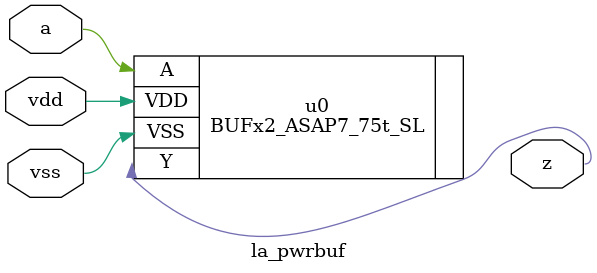
<source format=v>

module la_pwrbuf #(
    parameter PROP = "DEFAULT"
) (
    input  vdd,
    input  vss,
    input  a,
    output z
);

  BUFx2_ASAP7_75t_SL u0 (
      .A  (a),
      .Y  (z),
      .VSS(vss),
      .VDD(vdd)
  );

endmodule

</source>
